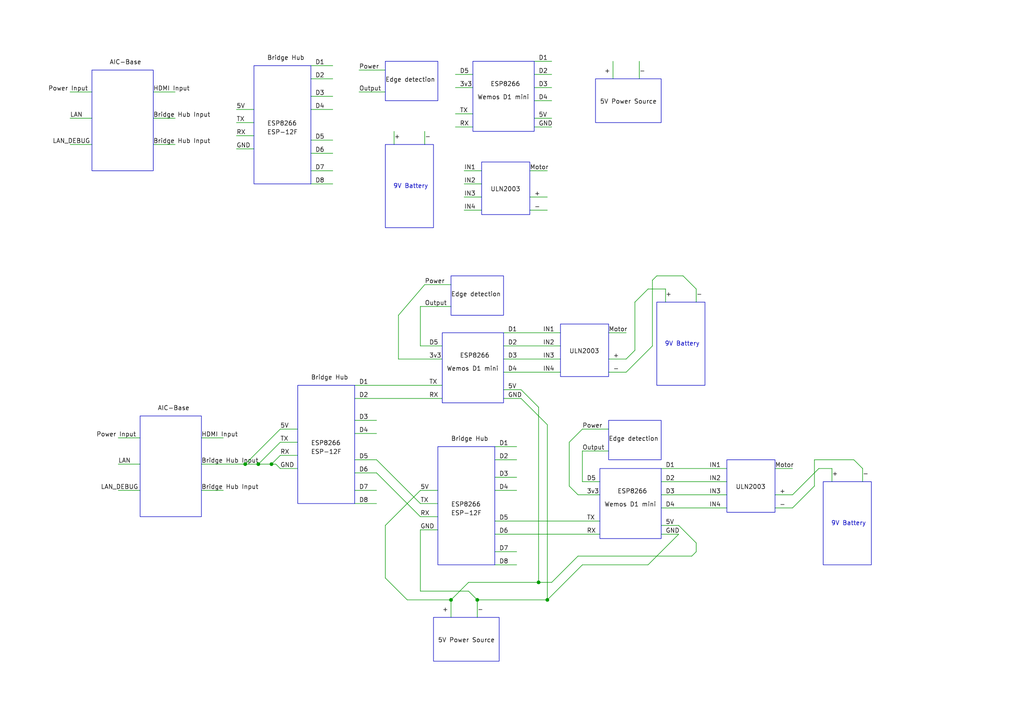
<source format=kicad_sch>
(kicad_sch
	(version 20231120)
	(generator "eeschema")
	(generator_version "8.0")
	(uuid "459fd402-8811-4a60-bc34-58cdf2f403fa")
	(paper "A4")
	(lib_symbols)
	(junction
		(at 158.75 173.99)
		(diameter 0)
		(color 0 0 0 0)
		(uuid "066c9047-9c8c-4041-a858-cc0fba76008f")
	)
	(junction
		(at 78.74 134.62)
		(diameter 0)
		(color 0 0 0 0)
		(uuid "49b6b725-08ba-44d5-abb8-72e27aa160a3")
	)
	(junction
		(at 138.43 173.99)
		(diameter 0)
		(color 0 0 0 0)
		(uuid "64b31183-2996-4d66-8404-b124f92f6023")
	)
	(junction
		(at 130.81 173.99)
		(diameter 0)
		(color 0 0 0 0)
		(uuid "6a23b7bb-c1ce-43e3-9671-fe2aaea7872b")
	)
	(junction
		(at 156.21 168.91)
		(diameter 0)
		(color 0 0 0 0)
		(uuid "bcfed074-f488-45e4-bb94-7a582c84acd8")
	)
	(junction
		(at 71.12 134.62)
		(diameter 0)
		(color 0 0 0 0)
		(uuid "df9e1e2e-1e3b-4f8c-b4e2-56669572475a")
	)
	(junction
		(at 74.93 134.62)
		(diameter 0)
		(color 0 0 0 0)
		(uuid "ecd05f1d-6857-48a7-a408-0cf3dfbe38a6")
	)
	(wire
		(pts
			(xy 189.23 100.33) (xy 181.61 107.95)
		)
		(stroke
			(width 0)
			(type default)
		)
		(uuid "05083efa-dda7-4278-96b1-12a56b148029")
	)
	(wire
		(pts
			(xy 193.04 83.82) (xy 187.96 83.82)
		)
		(stroke
			(width 0)
			(type default)
		)
		(uuid "08332f2e-eef2-490f-94b7-3330844a6722")
	)
	(wire
		(pts
			(xy 167.64 143.51) (xy 165.1 140.97)
		)
		(stroke
			(width 0)
			(type default)
		)
		(uuid "08d8fbbc-0097-4366-9ef3-ca2ec2d0655e")
	)
	(wire
		(pts
			(xy 184.15 101.6) (xy 181.61 104.14)
		)
		(stroke
			(width 0)
			(type default)
		)
		(uuid "097194e7-dfd3-478f-866d-f05d68dd1dbe")
	)
	(wire
		(pts
			(xy 44.45 26.67) (xy 50.8 26.67)
		)
		(stroke
			(width 0)
			(type default)
		)
		(uuid "0a2a2ddb-e9a3-4d5d-9a67-b17bd7d0bacf")
	)
	(wire
		(pts
			(xy 165.1 128.27) (xy 165.1 140.97)
		)
		(stroke
			(width 0)
			(type default)
		)
		(uuid "0b102ffe-f4bb-4810-b289-4c85aed660f4")
	)
	(wire
		(pts
			(xy 176.53 104.14) (xy 181.61 104.14)
		)
		(stroke
			(width 0)
			(type default)
		)
		(uuid "0dcf8155-6bc1-41b2-b2d7-c9adcfdf2716")
	)
	(wire
		(pts
			(xy 153.67 49.53) (xy 158.75 49.53)
		)
		(stroke
			(width 0)
			(type default)
		)
		(uuid "0ece8481-4219-4b1c-8023-5d26e87b010d")
	)
	(wire
		(pts
			(xy 34.29 127) (xy 40.64 127)
		)
		(stroke
			(width 0)
			(type default)
		)
		(uuid "0ef0364d-6fb0-46d2-b166-ed9ea91fc14d")
	)
	(wire
		(pts
			(xy 143.51 163.83) (xy 149.86 163.83)
		)
		(stroke
			(width 0)
			(type default)
		)
		(uuid "1035c05a-14ef-452d-a5a7-487f53c5b085")
	)
	(wire
		(pts
			(xy 143.51 133.35) (xy 149.86 133.35)
		)
		(stroke
			(width 0)
			(type default)
		)
		(uuid "110f3a39-2470-4b4c-a9d1-fc2332deace1")
	)
	(wire
		(pts
			(xy 201.93 83.82) (xy 201.93 87.63)
		)
		(stroke
			(width 0)
			(type default)
		)
		(uuid "11f47592-966a-45e9-a725-1bb0019d5f96")
	)
	(wire
		(pts
			(xy 154.94 21.59) (xy 160.02 21.59)
		)
		(stroke
			(width 0)
			(type default)
		)
		(uuid "15ad740e-8f9f-4c09-820b-110ee2ad4695")
	)
	(wire
		(pts
			(xy 241.3 135.89) (xy 241.3 139.7)
		)
		(stroke
			(width 0)
			(type default)
		)
		(uuid "170c9667-2d27-4b64-9b0a-020b5e688ca0")
	)
	(wire
		(pts
			(xy 201.93 83.82) (xy 198.12 80.01)
		)
		(stroke
			(width 0)
			(type default)
		)
		(uuid "18748c18-fa70-4c36-bfc0-0c8f88ee160e")
	)
	(wire
		(pts
			(xy 177.8 17.78) (xy 177.8 22.86)
		)
		(stroke
			(width 0)
			(type default)
		)
		(uuid "1add3ab8-e143-4158-88bb-b5354e2b1284")
	)
	(wire
		(pts
			(xy 176.53 107.95) (xy 181.61 107.95)
		)
		(stroke
			(width 0)
			(type default)
		)
		(uuid "1c81e0cb-13ad-497b-8cd8-a60517121845")
	)
	(wire
		(pts
			(xy 201.93 157.48) (xy 196.85 152.4)
		)
		(stroke
			(width 0)
			(type default)
		)
		(uuid "1d48a414-a194-4a9f-8471-77cf9d107e8e")
	)
	(wire
		(pts
			(xy 167.64 161.29) (xy 200.66 161.29)
		)
		(stroke
			(width 0)
			(type default)
		)
		(uuid "1d7d37e1-2be9-48e5-9218-8dccc06cb9fc")
	)
	(wire
		(pts
			(xy 104.14 20.32) (xy 111.76 20.32)
		)
		(stroke
			(width 0)
			(type default)
		)
		(uuid "1dacd20c-965d-4566-afaf-7fac3cf46b52")
	)
	(wire
		(pts
			(xy 121.92 153.67) (xy 121.92 171.45)
		)
		(stroke
			(width 0)
			(type default)
		)
		(uuid "1f0c95cd-d968-4b59-a0b8-c1844dbecfcb")
	)
	(wire
		(pts
			(xy 134.62 57.15) (xy 139.7 57.15)
		)
		(stroke
			(width 0)
			(type default)
		)
		(uuid "1fa10a97-39ba-4cb9-8425-dfb80a477a80")
	)
	(wire
		(pts
			(xy 68.58 39.37) (xy 73.66 39.37)
		)
		(stroke
			(width 0)
			(type default)
		)
		(uuid "206cdd06-47a6-4b15-bb8d-78383f1a9ba0")
	)
	(wire
		(pts
			(xy 90.17 40.64) (xy 96.52 40.64)
		)
		(stroke
			(width 0)
			(type default)
		)
		(uuid "20d1aaa7-00ea-4339-b265-f546a377511b")
	)
	(wire
		(pts
			(xy 134.62 60.96) (xy 139.7 60.96)
		)
		(stroke
			(width 0)
			(type default)
		)
		(uuid "21cec6f0-51f5-47e9-b93d-8dfdb7d24a27")
	)
	(wire
		(pts
			(xy 250.19 135.89) (xy 247.65 133.35)
		)
		(stroke
			(width 0)
			(type default)
		)
		(uuid "22e09b43-70d3-4aaa-b68c-12a8a51b934a")
	)
	(wire
		(pts
			(xy 156.21 168.91) (xy 156.21 118.11)
		)
		(stroke
			(width 0)
			(type default)
		)
		(uuid "23a7c2f5-7eab-4bd1-91eb-27038a16d174")
	)
	(wire
		(pts
			(xy 224.79 147.32) (xy 229.87 147.32)
		)
		(stroke
			(width 0)
			(type default)
		)
		(uuid "2523d994-b942-440b-b8ae-77cf43573db9")
	)
	(wire
		(pts
			(xy 158.75 123.19) (xy 151.13 115.57)
		)
		(stroke
			(width 0)
			(type default)
		)
		(uuid "257bb498-a8e9-44c5-9636-0bad67c7ccfe")
	)
	(wire
		(pts
			(xy 121.92 100.33) (xy 128.27 100.33)
		)
		(stroke
			(width 0)
			(type default)
		)
		(uuid "26344ad6-27ed-4e2e-b6e6-a15a2123b0d4")
	)
	(wire
		(pts
			(xy 250.19 135.89) (xy 250.19 139.7)
		)
		(stroke
			(width 0)
			(type default)
		)
		(uuid "28e1b0ee-2c14-472b-86f0-81eaa35c7ac8")
	)
	(wire
		(pts
			(xy 121.92 88.9) (xy 121.92 100.33)
		)
		(stroke
			(width 0)
			(type default)
		)
		(uuid "2c6a11b9-9dd9-4326-8d56-5e51b1fab535")
	)
	(wire
		(pts
			(xy 20.32 26.67) (xy 26.67 26.67)
		)
		(stroke
			(width 0)
			(type default)
		)
		(uuid "2fb00d9e-dab6-43b4-afd8-b5069066099b")
	)
	(wire
		(pts
			(xy 198.12 80.01) (xy 190.5 80.01)
		)
		(stroke
			(width 0)
			(type default)
		)
		(uuid "3001b007-2a07-4535-9196-77567324add7")
	)
	(wire
		(pts
			(xy 138.43 173.99) (xy 135.89 171.45)
		)
		(stroke
			(width 0)
			(type default)
		)
		(uuid "30cd3ed9-dece-4243-b90d-a4f4af75b358")
	)
	(wire
		(pts
			(xy 90.17 31.75) (xy 96.52 31.75)
		)
		(stroke
			(width 0)
			(type default)
		)
		(uuid "3219797d-d685-4543-901e-65ad616c3ed4")
	)
	(wire
		(pts
			(xy 90.17 27.94) (xy 96.52 27.94)
		)
		(stroke
			(width 0)
			(type default)
		)
		(uuid "33f6f351-b5cb-4053-899c-f88d78e18e94")
	)
	(wire
		(pts
			(xy 90.17 19.05) (xy 96.52 19.05)
		)
		(stroke
			(width 0)
			(type default)
		)
		(uuid "3a80044c-6ac6-4ba9-bb0e-738ca4d25051")
	)
	(wire
		(pts
			(xy 146.05 107.95) (xy 162.56 107.95)
		)
		(stroke
			(width 0)
			(type default)
		)
		(uuid "3b02de5f-7e6b-4fb5-a83e-66c4db32bfc3")
	)
	(wire
		(pts
			(xy 138.43 173.99) (xy 158.75 173.99)
		)
		(stroke
			(width 0)
			(type default)
		)
		(uuid "3c6149f7-49c7-4ae4-883c-bb951de63b3b")
	)
	(wire
		(pts
			(xy 236.22 140.97) (xy 229.87 147.32)
		)
		(stroke
			(width 0)
			(type default)
		)
		(uuid "3ecf0937-41d3-4965-bc9c-e7e742173c32")
	)
	(wire
		(pts
			(xy 121.92 149.86) (xy 127 149.86)
		)
		(stroke
			(width 0)
			(type default)
		)
		(uuid "3f805e48-206d-4908-bd66-4e71664dbc7e")
	)
	(wire
		(pts
			(xy 130.81 173.99) (xy 130.81 179.07)
		)
		(stroke
			(width 0)
			(type default)
		)
		(uuid "4668daa8-b147-41dc-b524-f1c2259dd1c0")
	)
	(wire
		(pts
			(xy 134.62 53.34) (xy 139.7 53.34)
		)
		(stroke
			(width 0)
			(type default)
		)
		(uuid "47d27baf-feba-4b9c-a745-1d4956e746e8")
	)
	(wire
		(pts
			(xy 90.17 44.45) (xy 96.52 44.45)
		)
		(stroke
			(width 0)
			(type default)
		)
		(uuid "496df082-e006-432b-9d36-20d7c469f611")
	)
	(wire
		(pts
			(xy 102.87 121.92) (xy 109.22 121.92)
		)
		(stroke
			(width 0)
			(type default)
		)
		(uuid "4a5698c7-9340-4eac-9300-f7d55748fdeb")
	)
	(wire
		(pts
			(xy 20.32 41.91) (xy 26.67 41.91)
		)
		(stroke
			(width 0)
			(type default)
		)
		(uuid "4aeb01ce-18e4-4429-8d48-44efdaee4cea")
	)
	(wire
		(pts
			(xy 153.67 57.15) (xy 158.75 57.15)
		)
		(stroke
			(width 0)
			(type default)
		)
		(uuid "4c4f8941-f42b-4d3e-b244-2e632d21f8bd")
	)
	(wire
		(pts
			(xy 102.87 125.73) (xy 109.22 125.73)
		)
		(stroke
			(width 0)
			(type default)
		)
		(uuid "4e4e02bd-4255-4619-8e05-652fe4ec7e27")
	)
	(wire
		(pts
			(xy 146.05 113.03) (xy 151.13 113.03)
		)
		(stroke
			(width 0)
			(type default)
		)
		(uuid "5362d411-f5cc-44cc-beb4-91060553c79a")
	)
	(wire
		(pts
			(xy 168.91 124.46) (xy 176.53 124.46)
		)
		(stroke
			(width 0)
			(type default)
		)
		(uuid "5382bb31-dedd-4ae1-a863-690db14333e1")
	)
	(wire
		(pts
			(xy 154.94 17.78) (xy 160.02 17.78)
		)
		(stroke
			(width 0)
			(type default)
		)
		(uuid "53867a7c-e579-4021-bd5e-19101c045503")
	)
	(wire
		(pts
			(xy 191.77 152.4) (xy 196.85 152.4)
		)
		(stroke
			(width 0)
			(type default)
		)
		(uuid "56505b31-de89-45fd-af4b-d237ef680dbf")
	)
	(wire
		(pts
			(xy 237.49 135.89) (xy 229.87 143.51)
		)
		(stroke
			(width 0)
			(type default)
		)
		(uuid "59c4333d-6cbb-4ba1-8c82-4db73c80b9df")
	)
	(wire
		(pts
			(xy 81.28 132.08) (xy 86.36 132.08)
		)
		(stroke
			(width 0)
			(type default)
		)
		(uuid "59df403d-9488-479b-b013-ffa5a37e8de7")
	)
	(wire
		(pts
			(xy 191.77 139.7) (xy 210.82 139.7)
		)
		(stroke
			(width 0)
			(type default)
		)
		(uuid "5c1cadae-dc69-4812-875b-cb555064564e")
	)
	(wire
		(pts
			(xy 44.45 41.91) (xy 50.8 41.91)
		)
		(stroke
			(width 0)
			(type default)
		)
		(uuid "5d37e992-fd18-4439-8e4b-a0b35dd2c303")
	)
	(wire
		(pts
			(xy 191.77 135.89) (xy 210.82 135.89)
		)
		(stroke
			(width 0)
			(type default)
		)
		(uuid "631db93d-35c7-4e84-a48b-939ceb9a289c")
	)
	(wire
		(pts
			(xy 138.43 173.99) (xy 138.43 179.07)
		)
		(stroke
			(width 0)
			(type default)
		)
		(uuid "660cd76e-4ac6-4224-bcc5-8d567196c50c")
	)
	(wire
		(pts
			(xy 132.08 25.4) (xy 137.16 25.4)
		)
		(stroke
			(width 0)
			(type default)
		)
		(uuid "669acc6e-87cd-4473-afbc-d637cb7ae75d")
	)
	(wire
		(pts
			(xy 34.29 134.62) (xy 40.64 134.62)
		)
		(stroke
			(width 0)
			(type default)
		)
		(uuid "67a47928-273e-45c7-b687-b0c559b91819")
	)
	(wire
		(pts
			(xy 191.77 143.51) (xy 210.82 143.51)
		)
		(stroke
			(width 0)
			(type default)
		)
		(uuid "69dfef87-d356-485f-afb7-991c8e6b147a")
	)
	(wire
		(pts
			(xy 81.28 124.46) (xy 86.36 124.46)
		)
		(stroke
			(width 0)
			(type default)
		)
		(uuid "6b34e7de-b1c1-4bc0-be9e-4c2cc1786869")
	)
	(wire
		(pts
			(xy 121.92 88.9) (xy 130.81 88.9)
		)
		(stroke
			(width 0)
			(type default)
		)
		(uuid "6deee1f0-543a-4e0e-b6fe-7c7c8fa2ca0d")
	)
	(wire
		(pts
			(xy 190.5 80.01) (xy 189.23 81.28)
		)
		(stroke
			(width 0)
			(type default)
		)
		(uuid "6e14168e-c664-444a-8297-2ea2b1c896f3")
	)
	(wire
		(pts
			(xy 168.91 130.81) (xy 168.91 139.7)
		)
		(stroke
			(width 0)
			(type default)
		)
		(uuid "6e319e3d-f15a-4b12-897b-1989faefca45")
	)
	(wire
		(pts
			(xy 236.22 133.35) (xy 247.65 133.35)
		)
		(stroke
			(width 0)
			(type default)
		)
		(uuid "704103bc-663b-47d7-87ee-26c0651ff788")
	)
	(wire
		(pts
			(xy 58.42 127) (xy 64.77 127)
		)
		(stroke
			(width 0)
			(type default)
		)
		(uuid "723c18da-827e-4e8b-a866-87a7b6fe6cf9")
	)
	(wire
		(pts
			(xy 109.22 137.16) (xy 121.92 149.86)
		)
		(stroke
			(width 0)
			(type default)
		)
		(uuid "72471466-7f11-4b3e-a206-90eff2744591")
	)
	(wire
		(pts
			(xy 123.19 82.55) (xy 130.81 82.55)
		)
		(stroke
			(width 0)
			(type default)
		)
		(uuid "734a3a12-72ed-40c3-9c84-985b87d0586c")
	)
	(wire
		(pts
			(xy 224.79 135.89) (xy 229.87 135.89)
		)
		(stroke
			(width 0)
			(type default)
		)
		(uuid "75210418-1777-40cf-aac8-17b396bf6d4d")
	)
	(wire
		(pts
			(xy 146.05 115.57) (xy 151.13 115.57)
		)
		(stroke
			(width 0)
			(type default)
		)
		(uuid "75b3b6fa-ff76-4964-be73-aa167d0d3320")
	)
	(wire
		(pts
			(xy 132.08 21.59) (xy 137.16 21.59)
		)
		(stroke
			(width 0)
			(type default)
		)
		(uuid "763efc7c-33b6-4881-9a0a-2a176aa38400")
	)
	(wire
		(pts
			(xy 165.1 128.27) (xy 168.91 124.46)
		)
		(stroke
			(width 0)
			(type default)
		)
		(uuid "7aadd9c7-1fcd-4e3a-8d87-fe023cbc1207")
	)
	(wire
		(pts
			(xy 236.22 133.35) (xy 236.22 140.97)
		)
		(stroke
			(width 0)
			(type default)
		)
		(uuid "7b8108d7-8924-427a-9831-f253c1bf470e")
	)
	(wire
		(pts
			(xy 68.58 35.56) (xy 73.66 35.56)
		)
		(stroke
			(width 0)
			(type default)
		)
		(uuid "7b8cce24-4d1e-475f-8006-46c9a7dc073f")
	)
	(wire
		(pts
			(xy 154.94 25.4) (xy 160.02 25.4)
		)
		(stroke
			(width 0)
			(type default)
		)
		(uuid "7e9e15bb-ab18-4555-8172-2b5b60c7b819")
	)
	(wire
		(pts
			(xy 121.92 171.45) (xy 135.89 171.45)
		)
		(stroke
			(width 0)
			(type default)
		)
		(uuid "804bbeeb-ec13-43bd-b3e4-e3007e476b13")
	)
	(wire
		(pts
			(xy 168.91 163.83) (xy 187.96 163.83)
		)
		(stroke
			(width 0)
			(type default)
		)
		(uuid "823f0f57-40d4-442d-ba21-123e5c4281b9")
	)
	(wire
		(pts
			(xy 154.94 36.83) (xy 160.02 36.83)
		)
		(stroke
			(width 0)
			(type default)
		)
		(uuid "82b68545-f2ec-4d5d-9a08-bc1edbb771fe")
	)
	(wire
		(pts
			(xy 111.76 152.4) (xy 121.92 142.24)
		)
		(stroke
			(width 0)
			(type default)
		)
		(uuid "837a7c49-831f-4fab-bda0-a84eeaa0a1a8")
	)
	(wire
		(pts
			(xy 90.17 53.34) (xy 96.52 53.34)
		)
		(stroke
			(width 0)
			(type default)
		)
		(uuid "8475aa93-05db-4680-a5a3-c8012114abb4")
	)
	(wire
		(pts
			(xy 80.01 134.62) (xy 81.28 135.89)
		)
		(stroke
			(width 0)
			(type default)
		)
		(uuid "8add6445-b8ce-4733-ad6f-0a1a01b4f81d")
	)
	(wire
		(pts
			(xy 115.57 104.14) (xy 128.27 104.14)
		)
		(stroke
			(width 0)
			(type default)
		)
		(uuid "8bc9c0a3-95b0-450b-a6ca-340c2accc62e")
	)
	(wire
		(pts
			(xy 121.92 146.05) (xy 127 146.05)
		)
		(stroke
			(width 0)
			(type default)
		)
		(uuid "8bcc1dc8-9bd6-4cb7-880f-e87958a54e2b")
	)
	(wire
		(pts
			(xy 78.74 134.62) (xy 80.01 134.62)
		)
		(stroke
			(width 0)
			(type default)
		)
		(uuid "8c4d43a0-639f-489b-8d3f-652dc40065a9")
	)
	(wire
		(pts
			(xy 130.81 173.99) (xy 118.11 173.99)
		)
		(stroke
			(width 0)
			(type default)
		)
		(uuid "8c53144c-14ef-46dd-8b90-0b76ee4d2251")
	)
	(wire
		(pts
			(xy 78.74 134.62) (xy 81.28 132.08)
		)
		(stroke
			(width 0)
			(type default)
		)
		(uuid "8ec5d074-267d-4393-aca3-904ff143e904")
	)
	(wire
		(pts
			(xy 102.87 133.35) (xy 109.22 133.35)
		)
		(stroke
			(width 0)
			(type default)
		)
		(uuid "91fa0ecb-0114-477b-bbbd-e87995926ba7")
	)
	(wire
		(pts
			(xy 241.3 135.89) (xy 237.49 135.89)
		)
		(stroke
			(width 0)
			(type default)
		)
		(uuid "924d88e0-be40-421e-9128-f4bb5d54c6cd")
	)
	(wire
		(pts
			(xy 146.05 96.52) (xy 162.56 96.52)
		)
		(stroke
			(width 0)
			(type default)
		)
		(uuid "9494cbf3-6d4d-479c-8e2c-a58bff3043f5")
	)
	(wire
		(pts
			(xy 74.93 134.62) (xy 78.74 134.62)
		)
		(stroke
			(width 0)
			(type default)
		)
		(uuid "94eafa25-f13e-4e6c-98a8-68014f21df10")
	)
	(wire
		(pts
			(xy 184.15 87.63) (xy 184.15 101.6)
		)
		(stroke
			(width 0)
			(type default)
		)
		(uuid "951cd76e-25ea-4152-a298-b62ec21dfd2c")
	)
	(wire
		(pts
			(xy 143.51 151.13) (xy 173.99 151.13)
		)
		(stroke
			(width 0)
			(type default)
		)
		(uuid "993bfa4f-0b4b-4387-90ef-80f7bab7629a")
	)
	(wire
		(pts
			(xy 193.04 83.82) (xy 193.04 87.63)
		)
		(stroke
			(width 0)
			(type default)
		)
		(uuid "99ad1fea-a2be-4e74-b528-832df75f064b")
	)
	(wire
		(pts
			(xy 44.45 34.29) (xy 50.8 34.29)
		)
		(stroke
			(width 0)
			(type default)
		)
		(uuid "9a8eb47b-d781-4630-a507-d753ce954f17")
	)
	(wire
		(pts
			(xy 118.11 173.99) (xy 111.76 167.64)
		)
		(stroke
			(width 0)
			(type default)
		)
		(uuid "9c0d3d99-3568-49b7-ad63-e1d096e30794")
	)
	(wire
		(pts
			(xy 102.87 115.57) (xy 128.27 115.57)
		)
		(stroke
			(width 0)
			(type default)
		)
		(uuid "9d25d096-9dfd-4a43-b74b-9c701ddcd6a2")
	)
	(wire
		(pts
			(xy 104.14 26.67) (xy 111.76 26.67)
		)
		(stroke
			(width 0)
			(type default)
		)
		(uuid "a09baaba-2f08-4060-8566-514533f4c669")
	)
	(wire
		(pts
			(xy 143.51 154.94) (xy 173.99 154.94)
		)
		(stroke
			(width 0)
			(type default)
		)
		(uuid "a20ca341-6640-49d9-a3c4-e941a7bd8303")
	)
	(wire
		(pts
			(xy 168.91 130.81) (xy 176.53 130.81)
		)
		(stroke
			(width 0)
			(type default)
		)
		(uuid "a30a353c-2479-4a7e-9c71-445b4173283f")
	)
	(wire
		(pts
			(xy 102.87 137.16) (xy 109.22 137.16)
		)
		(stroke
			(width 0)
			(type default)
		)
		(uuid "a83855b9-75cb-4a53-9184-839d6fa9f545")
	)
	(wire
		(pts
			(xy 114.3 38.1) (xy 114.3 41.91)
		)
		(stroke
			(width 0)
			(type default)
		)
		(uuid "aaedd09d-17f2-420f-9b06-15b912534e73")
	)
	(wire
		(pts
			(xy 153.67 60.96) (xy 158.75 60.96)
		)
		(stroke
			(width 0)
			(type default)
		)
		(uuid "ab42c9b6-bac2-482a-a903-f0b1b46bd535")
	)
	(wire
		(pts
			(xy 68.58 43.18) (xy 73.66 43.18)
		)
		(stroke
			(width 0)
			(type default)
		)
		(uuid "b2882754-a2f0-490d-a444-95a47ab4c0f1")
	)
	(wire
		(pts
			(xy 146.05 104.14) (xy 162.56 104.14)
		)
		(stroke
			(width 0)
			(type default)
		)
		(uuid "b35084cb-b69b-4052-8aa1-344a78926625")
	)
	(wire
		(pts
			(xy 158.75 173.99) (xy 168.91 163.83)
		)
		(stroke
			(width 0)
			(type default)
		)
		(uuid "b4bf896a-1c4f-4ab2-8440-55df12b232a0")
	)
	(wire
		(pts
			(xy 58.42 142.24) (xy 64.77 142.24)
		)
		(stroke
			(width 0)
			(type default)
		)
		(uuid "b538646b-4045-4261-91cb-101298efc2a0")
	)
	(wire
		(pts
			(xy 143.51 142.24) (xy 149.86 142.24)
		)
		(stroke
			(width 0)
			(type default)
		)
		(uuid "b58382eb-96a4-483f-8f44-a746b1b7937d")
	)
	(wire
		(pts
			(xy 58.42 134.62) (xy 71.12 134.62)
		)
		(stroke
			(width 0)
			(type default)
		)
		(uuid "b6f51663-0310-4ad7-b44e-7714978567e0")
	)
	(wire
		(pts
			(xy 81.28 135.89) (xy 86.36 135.89)
		)
		(stroke
			(width 0)
			(type default)
		)
		(uuid "b7ebc74e-57c5-4aaf-a922-bc888aeb5677")
	)
	(wire
		(pts
			(xy 160.02 168.91) (xy 167.64 161.29)
		)
		(stroke
			(width 0)
			(type default)
		)
		(uuid "b839f003-7069-45ab-866b-c1f470a37bdc")
	)
	(wire
		(pts
			(xy 191.77 147.32) (xy 210.82 147.32)
		)
		(stroke
			(width 0)
			(type default)
		)
		(uuid "baa3ef7c-aaed-40d0-9564-6f3306dc3639")
	)
	(wire
		(pts
			(xy 115.57 91.44) (xy 123.19 82.55)
		)
		(stroke
			(width 0)
			(type default)
		)
		(uuid "bad44158-94ea-4aeb-b118-9a9379a6b24b")
	)
	(wire
		(pts
			(xy 102.87 146.05) (xy 109.22 146.05)
		)
		(stroke
			(width 0)
			(type default)
		)
		(uuid "bf19392e-ad16-4c39-a17c-274ffcbca959")
	)
	(wire
		(pts
			(xy 74.93 134.62) (xy 81.28 128.27)
		)
		(stroke
			(width 0)
			(type default)
		)
		(uuid "c2a6cbd3-060b-4963-92e1-e1abb7b025f0")
	)
	(wire
		(pts
			(xy 200.66 161.29) (xy 201.93 160.02)
		)
		(stroke
			(width 0)
			(type default)
		)
		(uuid "c34510b2-6b96-4b54-ad1e-fd482139cd4d")
	)
	(wire
		(pts
			(xy 68.58 31.75) (xy 73.66 31.75)
		)
		(stroke
			(width 0)
			(type default)
		)
		(uuid "c3b4fdec-a151-45d9-97ab-1e7028d8bd42")
	)
	(wire
		(pts
			(xy 90.17 22.86) (xy 96.52 22.86)
		)
		(stroke
			(width 0)
			(type default)
		)
		(uuid "c47e19e7-0e53-497a-a80c-07e880f70502")
	)
	(wire
		(pts
			(xy 132.08 33.02) (xy 137.16 33.02)
		)
		(stroke
			(width 0)
			(type default)
		)
		(uuid "c73389b0-3925-41e4-9152-5cd7900050df")
	)
	(wire
		(pts
			(xy 143.51 138.43) (xy 149.86 138.43)
		)
		(stroke
			(width 0)
			(type default)
		)
		(uuid "c8450242-c48c-40ea-b006-536a7cd5bb7c")
	)
	(wire
		(pts
			(xy 187.96 83.82) (xy 184.15 87.63)
		)
		(stroke
			(width 0)
			(type default)
		)
		(uuid "cb6cd34b-a62b-4afe-8208-13d0533745b6")
	)
	(wire
		(pts
			(xy 168.91 139.7) (xy 173.99 139.7)
		)
		(stroke
			(width 0)
			(type default)
		)
		(uuid "cd103fa3-baf4-4b8d-b7ed-b094201317bb")
	)
	(wire
		(pts
			(xy 123.19 38.1) (xy 123.19 41.91)
		)
		(stroke
			(width 0)
			(type default)
		)
		(uuid "cdffa304-e3d3-4b43-ba25-c2dd4249c933")
	)
	(wire
		(pts
			(xy 34.29 142.24) (xy 40.64 142.24)
		)
		(stroke
			(width 0)
			(type default)
		)
		(uuid "ceef93d0-b6e2-4604-b010-76ec13744b10")
	)
	(wire
		(pts
			(xy 71.12 134.62) (xy 74.93 134.62)
		)
		(stroke
			(width 0)
			(type default)
		)
		(uuid "cf17d98f-40e6-4509-b178-ef6514abd3b9")
	)
	(wire
		(pts
			(xy 154.94 34.29) (xy 160.02 34.29)
		)
		(stroke
			(width 0)
			(type default)
		)
		(uuid "cf31053a-e569-4004-9878-bf178ab9d8ea")
	)
	(wire
		(pts
			(xy 156.21 118.11) (xy 151.13 113.03)
		)
		(stroke
			(width 0)
			(type default)
		)
		(uuid "d0a9cdff-ba16-499d-a1b2-4c4006d2682f")
	)
	(wire
		(pts
			(xy 191.77 154.94) (xy 196.85 154.94)
		)
		(stroke
			(width 0)
			(type default)
		)
		(uuid "d20bdb02-04a0-4511-a15c-577337cad6e8")
	)
	(wire
		(pts
			(xy 156.21 168.91) (xy 160.02 168.91)
		)
		(stroke
			(width 0)
			(type default)
		)
		(uuid "d2a8dd0a-73b9-48e8-b010-1c0035940f89")
	)
	(wire
		(pts
			(xy 109.22 133.35) (xy 121.92 146.05)
		)
		(stroke
			(width 0)
			(type default)
		)
		(uuid "d31ba0fb-bfc4-4691-881f-74ee9665f572")
	)
	(wire
		(pts
			(xy 143.51 160.02) (xy 149.86 160.02)
		)
		(stroke
			(width 0)
			(type default)
		)
		(uuid "d3e9d892-ed5e-4cea-99d6-f0a8b2eab015")
	)
	(wire
		(pts
			(xy 71.12 134.62) (xy 81.28 124.46)
		)
		(stroke
			(width 0)
			(type default)
		)
		(uuid "d6da95dc-1554-4ff8-baad-5b65ce19bab8")
	)
	(wire
		(pts
			(xy 154.94 29.21) (xy 160.02 29.21)
		)
		(stroke
			(width 0)
			(type default)
		)
		(uuid "e5d1f1dd-51d5-4e98-af64-f72153e557cb")
	)
	(wire
		(pts
			(xy 167.64 143.51) (xy 173.99 143.51)
		)
		(stroke
			(width 0)
			(type default)
		)
		(uuid "e5f6106f-2125-4d5e-b126-1f749ea1c840")
	)
	(wire
		(pts
			(xy 187.96 163.83) (xy 196.85 154.94)
		)
		(stroke
			(width 0)
			(type default)
		)
		(uuid "e6b3b936-4ddf-4390-a14e-dee09e889e1e")
	)
	(wire
		(pts
			(xy 132.08 36.83) (xy 137.16 36.83)
		)
		(stroke
			(width 0)
			(type default)
		)
		(uuid "e6cd8525-416d-4c4d-aa44-f89cf9b3bab0")
	)
	(wire
		(pts
			(xy 81.28 128.27) (xy 86.36 128.27)
		)
		(stroke
			(width 0)
			(type default)
		)
		(uuid "e7b67f21-9b2b-499b-8db6-3e8c449476b1")
	)
	(wire
		(pts
			(xy 111.76 167.64) (xy 111.76 152.4)
		)
		(stroke
			(width 0)
			(type default)
		)
		(uuid "e88bbb75-888e-432e-93ad-fd77d37b9288")
	)
	(wire
		(pts
			(xy 130.81 173.99) (xy 135.89 168.91)
		)
		(stroke
			(width 0)
			(type default)
		)
		(uuid "eb58ba32-2af0-4048-9bea-5dc66b63e5b2")
	)
	(wire
		(pts
			(xy 158.75 173.99) (xy 158.75 123.19)
		)
		(stroke
			(width 0)
			(type default)
		)
		(uuid "ed6d90bc-bea2-4d88-be41-137e8aab6a6b")
	)
	(wire
		(pts
			(xy 146.05 100.33) (xy 162.56 100.33)
		)
		(stroke
			(width 0)
			(type default)
		)
		(uuid "ee324a9c-3a2a-406d-9dad-1b21c4d5d2a9")
	)
	(wire
		(pts
			(xy 115.57 91.44) (xy 115.57 104.14)
		)
		(stroke
			(width 0)
			(type default)
		)
		(uuid "ee865e91-2f38-414b-8f53-ddaf838761d1")
	)
	(wire
		(pts
			(xy 134.62 49.53) (xy 139.7 49.53)
		)
		(stroke
			(width 0)
			(type default)
		)
		(uuid "ef030b70-9378-4f68-9fef-fc1da4df9b2d")
	)
	(wire
		(pts
			(xy 121.92 153.67) (xy 127 153.67)
		)
		(stroke
			(width 0)
			(type default)
		)
		(uuid "f043842b-2e73-4d2b-8485-43475569fba3")
	)
	(wire
		(pts
			(xy 185.42 17.78) (xy 185.42 22.86)
		)
		(stroke
			(width 0)
			(type default)
		)
		(uuid "f29fa039-476b-4461-9b00-6e18217ceec4")
	)
	(wire
		(pts
			(xy 189.23 81.28) (xy 189.23 100.33)
		)
		(stroke
			(width 0)
			(type default)
		)
		(uuid "f4230038-550b-4e49-8f99-0b2e7973344b")
	)
	(wire
		(pts
			(xy 90.17 49.53) (xy 96.52 49.53)
		)
		(stroke
			(width 0)
			(type default)
		)
		(uuid "f554606d-94d8-4d9e-81e4-60cd285e568b")
	)
	(wire
		(pts
			(xy 121.92 142.24) (xy 127 142.24)
		)
		(stroke
			(width 0)
			(type default)
		)
		(uuid "f6512c16-beba-4bda-a533-e4246c2c89b4")
	)
	(wire
		(pts
			(xy 20.32 34.29) (xy 26.67 34.29)
		)
		(stroke
			(width 0)
			(type default)
		)
		(uuid "f6f2d060-5f49-4a0f-bc4a-291e8cd1e99f")
	)
	(wire
		(pts
			(xy 102.87 111.76) (xy 128.27 111.76)
		)
		(stroke
			(width 0)
			(type default)
		)
		(uuid "f868ff32-ae14-4d98-b1a6-d4857d2aa886")
	)
	(wire
		(pts
			(xy 143.51 129.54) (xy 149.86 129.54)
		)
		(stroke
			(width 0)
			(type default)
		)
		(uuid "f89a0085-fae3-4782-bc00-3bcc782f95e7")
	)
	(wire
		(pts
			(xy 102.87 142.24) (xy 109.22 142.24)
		)
		(stroke
			(width 0)
			(type default)
		)
		(uuid "fa7d9b5b-48d3-45f5-a2f7-261d48b4842a")
	)
	(wire
		(pts
			(xy 135.89 168.91) (xy 156.21 168.91)
		)
		(stroke
			(width 0)
			(type default)
		)
		(uuid "fc4d0c99-29d6-4ed3-82b6-6c1b89843d8f")
	)
	(wire
		(pts
			(xy 201.93 160.02) (xy 201.93 157.48)
		)
		(stroke
			(width 0)
			(type default)
		)
		(uuid "fcb01b46-1086-45d2-814e-9f9f8f8cba3a")
	)
	(wire
		(pts
			(xy 224.79 143.51) (xy 229.87 143.51)
		)
		(stroke
			(width 0)
			(type default)
		)
		(uuid "fee6c755-506e-483c-bd3a-b32a8de85bea")
	)
	(wire
		(pts
			(xy 176.53 96.52) (xy 181.61 96.52)
		)
		(stroke
			(width 0)
			(type default)
		)
		(uuid "ffeb96dd-c9a4-443d-a4c9-84844aa116c9")
	)
	(rectangle
		(start 26.67 20.32)
		(end 44.45 49.53)
		(stroke
			(width 0)
			(type default)
		)
		(fill
			(type none)
		)
		(uuid 08a76625-e3a2-4f49-b592-68ebfa4c9d53)
	)
	(rectangle
		(start 238.76 139.7)
		(end 252.73 163.83)
		(stroke
			(width 0)
			(type default)
		)
		(fill
			(type none)
		)
		(uuid 32016e31-6b15-4de9-b080-4b09618d9ab4)
	)
	(rectangle
		(start 139.7 46.99)
		(end 153.67 62.23)
		(stroke
			(width 0)
			(type default)
		)
		(fill
			(type none)
		)
		(uuid 3dd58e3a-579a-4ca7-8a7f-a7018e91be90)
	)
	(rectangle
		(start 128.27 96.52)
		(end 146.05 116.84)
		(stroke
			(width 0)
			(type default)
		)
		(fill
			(type none)
		)
		(uuid 4db92563-0d4e-4a31-adb6-b2e90ff0e593)
	)
	(rectangle
		(start 127 129.54)
		(end 143.51 163.83)
		(stroke
			(width 0)
			(type default)
		)
		(fill
			(type none)
		)
		(uuid 500e2705-34e4-4b49-a647-e41df4dc305f)
	)
	(rectangle
		(start 176.53 121.92)
		(end 191.77 133.35)
		(stroke
			(width 0)
			(type default)
		)
		(fill
			(type none)
		)
		(uuid 64ed2159-f956-49f5-adef-1ea6584a57a7)
	)
	(rectangle
		(start 162.56 93.98)
		(end 176.53 109.22)
		(stroke
			(width 0)
			(type default)
		)
		(fill
			(type none)
		)
		(uuid 66563e6c-9fa7-4db7-b84b-9d58bf705522)
	)
	(rectangle
		(start 137.16 17.78)
		(end 154.94 38.1)
		(stroke
			(width 0)
			(type default)
		)
		(fill
			(type none)
		)
		(uuid 6fd2c85a-cba2-4e9c-9a9f-785935b7f7f2)
	)
	(rectangle
		(start 86.36 111.76)
		(end 102.87 146.05)
		(stroke
			(width 0)
			(type default)
		)
		(fill
			(type none)
		)
		(uuid 71bec590-a35b-4e1f-84d6-02895cda8d0c)
	)
	(rectangle
		(start 172.72 22.86)
		(end 191.77 35.56)
		(stroke
			(width 0)
			(type default)
		)
		(fill
			(type none)
		)
		(uuid 83d63903-2970-470d-8300-a098a3bc912f)
	)
	(rectangle
		(start 130.81 80.01)
		(end 146.05 91.44)
		(stroke
			(width 0)
			(type default)
		)
		(fill
			(type none)
		)
		(uuid a48818ed-2ddc-4404-9966-795cc6a65d3c)
	)
	(rectangle
		(start 125.73 179.07)
		(end 144.78 191.77)
		(stroke
			(width 0)
			(type default)
		)
		(fill
			(type none)
		)
		(uuid a6541155-5a7f-4706-a258-d84b9b4d854b)
	)
	(rectangle
		(start 40.64 120.65)
		(end 58.42 149.86)
		(stroke
			(width 0)
			(type default)
		)
		(fill
			(type none)
		)
		(uuid bfc73fbe-b7a7-4f15-920b-8cb7d532c14c)
	)
	(rectangle
		(start 210.82 133.35)
		(end 224.79 148.59)
		(stroke
			(width 0)
			(type default)
		)
		(fill
			(type none)
		)
		(uuid c80c6cc7-8e7c-40b7-b07e-82c1e9b453cc)
	)
	(rectangle
		(start 173.99 135.89)
		(end 191.77 156.21)
		(stroke
			(width 0)
			(type default)
		)
		(fill
			(type none)
		)
		(uuid d36c933c-8211-4730-9840-994821078d13)
	)
	(rectangle
		(start 111.76 41.91)
		(end 125.73 66.04)
		(stroke
			(width 0)
			(type default)
		)
		(fill
			(type none)
		)
		(uuid d4e3b102-afa2-43cc-bf10-b974b2a4c81b)
	)
	(rectangle
		(start 73.66 19.05)
		(end 90.17 53.34)
		(stroke
			(width 0)
			(type default)
		)
		(fill
			(type none)
		)
		(uuid ebec56f9-4bc3-48d8-97fa-c5892a0c2f1b)
	)
	(rectangle
		(start 190.5 87.63)
		(end 204.47 111.76)
		(stroke
			(width 0)
			(type default)
		)
		(fill
			(type none)
		)
		(uuid f256c87f-5eae-4173-b9eb-e1b1c78c8d3e)
	)
	(rectangle
		(start 111.76 17.78)
		(end 127 29.21)
		(stroke
			(width 0)
			(type default)
		)
		(fill
			(type none)
		)
		(uuid f94e57d8-eaa5-4102-a1d6-218b3cad00b3)
	)
	(text "9V Battery"
		(exclude_from_sim no)
		(at 246.126 151.892 0)
		(effects
			(font
				(size 1.27 1.27)
			)
		)
		(uuid "73a35cce-4017-4ef9-90d2-ab2f3da29d07")
	)
	(text "9V Battery"
		(exclude_from_sim no)
		(at 119.126 54.102 0)
		(effects
			(font
				(size 1.27 1.27)
			)
		)
		(uuid "842e4bc5-b5d1-406c-84f9-bf3fee179bfc")
	)
	(text "9V Battery"
		(exclude_from_sim no)
		(at 197.866 99.822 0)
		(effects
			(font
				(size 1.27 1.27)
			)
		)
		(uuid "c74e713e-48fe-4a23-a9ac-389d33e7df4f")
	)
	(label "5V Power Source"
		(at 173.99 30.48 0)
		(fields_autoplaced yes)
		(effects
			(font
				(size 1.27 1.27)
			)
			(justify left bottom)
		)
		(uuid "00491aa3-beec-4c10-8602-eb90468ac809")
	)
	(label "D3"
		(at 91.44 27.94 0)
		(fields_autoplaced yes)
		(effects
			(font
				(size 1.27 1.27)
			)
			(justify left bottom)
		)
		(uuid "00efd57a-75c8-430c-98ac-0ae13e452f13")
	)
	(label "GND"
		(at 121.92 153.67 0)
		(fields_autoplaced yes)
		(effects
			(font
				(size 1.27 1.27)
			)
			(justify left bottom)
		)
		(uuid "01d31c80-82b4-423d-8d35-ab8ebe4bc142")
	)
	(label "ESP8266"
		(at 142.24 25.4 0)
		(fields_autoplaced yes)
		(effects
			(font
				(size 1.27 1.27)
			)
			(justify left bottom)
		)
		(uuid "0544c48b-08b9-4c7c-a322-67a5a610981b")
	)
	(label "D7"
		(at 104.14 142.24 0)
		(fields_autoplaced yes)
		(effects
			(font
				(size 1.27 1.27)
			)
			(justify left bottom)
		)
		(uuid "08136f98-497b-4c43-95ec-119ad03beea8")
	)
	(label "Output"
		(at 123.19 88.9 0)
		(fields_autoplaced yes)
		(effects
			(font
				(size 1.27 1.27)
			)
			(justify left bottom)
		)
		(uuid "106a2c7a-30e4-4bec-88be-a41304215911")
	)
	(label "IN1"
		(at 205.74 135.89 0)
		(fields_autoplaced yes)
		(effects
			(font
				(size 1.27 1.27)
			)
			(justify left bottom)
		)
		(uuid "117e1a4f-d4be-4e81-9f76-655a2b97bb1c")
	)
	(label "IN4"
		(at 205.74 147.32 0)
		(fields_autoplaced yes)
		(effects
			(font
				(size 1.27 1.27)
			)
			(justify left bottom)
		)
		(uuid "12871f12-27ef-431d-8deb-8bc977f896a5")
	)
	(label "3v3"
		(at 170.18 143.51 0)
		(fields_autoplaced yes)
		(effects
			(font
				(size 1.27 1.27)
			)
			(justify left bottom)
		)
		(uuid "14c9da4d-307a-4f4e-bb63-3cc530522a4d")
	)
	(label "GND"
		(at 68.58 43.18 0)
		(fields_autoplaced yes)
		(effects
			(font
				(size 1.27 1.27)
			)
			(justify left bottom)
		)
		(uuid "1656a3f9-d7b4-4e0a-aaef-c832b8678199")
	)
	(label "Wemos D1 mini"
		(at 129.54 107.95 0)
		(fields_autoplaced yes)
		(effects
			(font
				(size 1.27 1.27)
			)
			(justify left bottom)
		)
		(uuid "1658c0d1-4795-43bd-b23b-2b40d151e5bd")
	)
	(label "D7"
		(at 91.44 49.53 0)
		(fields_autoplaced yes)
		(effects
			(font
				(size 1.27 1.27)
			)
			(justify left bottom)
		)
		(uuid "1978f844-adc9-468f-85e0-5594a94f7e69")
	)
	(label "TX"
		(at 81.28 128.27 0)
		(fields_autoplaced yes)
		(effects
			(font
				(size 1.27 1.27)
			)
			(justify left bottom)
		)
		(uuid "199af199-6ff4-4a22-b4ca-876cdb883d40")
	)
	(label "GND"
		(at 81.28 135.89 0)
		(fields_autoplaced yes)
		(effects
			(font
				(size 1.27 1.27)
			)
			(justify left bottom)
		)
		(uuid "1b5d2123-ae4e-410e-8b68-e324656c7937")
	)
	(label "Edge detection"
		(at 130.81 86.36 0)
		(fields_autoplaced yes)
		(effects
			(font
				(size 1.27 1.27)
			)
			(justify left bottom)
		)
		(uuid "1bceb335-68a0-4763-99e5-a38d8e8acc95")
	)
	(label "GND"
		(at 156.21 36.83 0)
		(fields_autoplaced yes)
		(effects
			(font
				(size 1.27 1.27)
			)
			(justify left bottom)
		)
		(uuid "1c3d6468-88ca-4cc5-b162-b667ab0cde18")
	)
	(label "D2"
		(at 91.44 22.86 0)
		(fields_autoplaced yes)
		(effects
			(font
				(size 1.27 1.27)
			)
			(justify left bottom)
		)
		(uuid "1c6f2acc-46db-4936-83f3-d276be79085a")
	)
	(label "D3"
		(at 156.21 25.4 0)
		(fields_autoplaced yes)
		(effects
			(font
				(size 1.27 1.27)
			)
			(justify left bottom)
		)
		(uuid "1c9c2efb-afac-47b4-b274-8a8b43f21738")
	)
	(label "ESP8266"
		(at 130.81 147.32 0)
		(fields_autoplaced yes)
		(effects
			(font
				(size 1.27 1.27)
			)
			(justify left bottom)
		)
		(uuid "1fd990fa-3d21-4f3d-9889-9ef22e560d32")
	)
	(label "D4"
		(at 156.21 29.21 0)
		(fields_autoplaced yes)
		(effects
			(font
				(size 1.27 1.27)
			)
			(justify left bottom)
		)
		(uuid "2049406e-504e-41ec-b59e-91d62815b1fb")
	)
	(label "D5"
		(at 133.35 21.59 0)
		(fields_autoplaced yes)
		(effects
			(font
				(size 1.27 1.27)
			)
			(justify left bottom)
		)
		(uuid "22dbcadd-c794-456e-9f2f-4e647d709fb0")
	)
	(label "IN4"
		(at 157.48 107.95 0)
		(fields_autoplaced yes)
		(effects
			(font
				(size 1.27 1.27)
			)
			(justify left bottom)
		)
		(uuid "28ec0ecc-be21-4d8f-b7db-18f650b4bdcd")
	)
	(label "Power Input"
		(at 13.97 26.67 0)
		(fields_autoplaced yes)
		(effects
			(font
				(size 1.27 1.27)
			)
			(justify left bottom)
		)
		(uuid "28f54699-b32e-4044-87ca-53eb61332f37")
	)
	(label "TX"
		(at 68.58 35.56 0)
		(fields_autoplaced yes)
		(effects
			(font
				(size 1.27 1.27)
			)
			(justify left bottom)
		)
		(uuid "2994c28e-ad12-4be3-87e4-c720686c63e7")
	)
	(label "Bridge Hub Input"
		(at 44.45 34.29 0)
		(fields_autoplaced yes)
		(effects
			(font
				(size 1.27 1.27)
			)
			(justify left bottom)
		)
		(uuid "2b68a757-81f6-480e-b82e-f42b3354c028")
	)
	(label "IN2"
		(at 134.62 53.34 0)
		(fields_autoplaced yes)
		(effects
			(font
				(size 1.27 1.27)
			)
			(justify left bottom)
		)
		(uuid "2c9bfd61-61e2-437f-84e2-4e4ab5109201")
	)
	(label "Output"
		(at 168.91 130.81 0)
		(fields_autoplaced yes)
		(effects
			(font
				(size 1.27 1.27)
			)
			(justify left bottom)
		)
		(uuid "2ced7217-191e-435a-b3a7-1fd3fd8d30a3")
	)
	(label "IN2"
		(at 205.74 139.7 0)
		(fields_autoplaced yes)
		(effects
			(font
				(size 1.27 1.27)
			)
			(justify left bottom)
		)
		(uuid "2da21c4e-4791-4109-a403-ea1f8fbad4d2")
	)
	(label "-"
		(at 226.06 147.32 0)
		(fields_autoplaced yes)
		(effects
			(font
				(size 1.27 1.27)
			)
			(justify left bottom)
		)
		(uuid "328fd1f5-327a-457d-9bbd-d3c8dc1b2b9d")
	)
	(label "Output"
		(at 104.14 26.67 0)
		(fields_autoplaced yes)
		(effects
			(font
				(size 1.27 1.27)
			)
			(justify left bottom)
		)
		(uuid "3465cec0-af3a-4bc8-8180-251d92d98f2f")
	)
	(label "3v3"
		(at 124.46 104.14 0)
		(fields_autoplaced yes)
		(effects
			(font
				(size 1.27 1.27)
			)
			(justify left bottom)
		)
		(uuid "3569151b-49c8-495a-aca4-b79e7d49bd3d")
	)
	(label "ESP8266"
		(at 77.47 36.83 0)
		(fields_autoplaced yes)
		(effects
			(font
				(size 1.27 1.27)
			)
			(justify left bottom)
		)
		(uuid "35e01865-711f-40bb-979a-aa81eeb75ed4")
	)
	(label "Edge detection"
		(at 176.53 128.27 0)
		(fields_autoplaced yes)
		(effects
			(font
				(size 1.27 1.27)
			)
			(justify left bottom)
		)
		(uuid "3616d8d5-a5a2-4087-a592-41a27e5392fe")
	)
	(label "-"
		(at 250.19 138.43 0)
		(fields_autoplaced yes)
		(effects
			(font
				(size 1.27 1.27)
			)
			(justify left bottom)
		)
		(uuid "383fb32e-f9c0-4042-bfa0-ee9e1afc1cd7")
	)
	(label "D2"
		(at 104.14 115.57 0)
		(fields_autoplaced yes)
		(effects
			(font
				(size 1.27 1.27)
			)
			(justify left bottom)
		)
		(uuid "39bd0e22-9831-48d7-9f5b-7343cbe6e7e9")
	)
	(label "-"
		(at 201.93 86.36 0)
		(fields_autoplaced yes)
		(effects
			(font
				(size 1.27 1.27)
			)
			(justify left bottom)
		)
		(uuid "3aa3afa4-31d0-4602-b7ff-a26b021687f9")
	)
	(label "+"
		(at 226.06 143.51 0)
		(fields_autoplaced yes)
		(effects
			(font
				(size 1.27 1.27)
			)
			(justify left bottom)
		)
		(uuid "3de2f4b5-da9b-4f70-a875-01a80f686ead")
	)
	(label "ULN2003"
		(at 142.24 55.88 0)
		(fields_autoplaced yes)
		(effects
			(font
				(size 1.27 1.27)
			)
			(justify left bottom)
		)
		(uuid "3e5f2a40-ffd4-4915-bfe8-6194e8ea82c1")
	)
	(label "D4"
		(at 104.14 125.73 0)
		(fields_autoplaced yes)
		(effects
			(font
				(size 1.27 1.27)
			)
			(justify left bottom)
		)
		(uuid "4055fe74-50f9-47a8-97a9-26667dc024f3")
	)
	(label "D8"
		(at 144.78 163.83 0)
		(fields_autoplaced yes)
		(effects
			(font
				(size 1.27 1.27)
			)
			(justify left bottom)
		)
		(uuid "427ff636-2eb1-4e7d-a0cf-dd6d02fc06c9")
	)
	(label "D2"
		(at 193.04 139.7 0)
		(fields_autoplaced yes)
		(effects
			(font
				(size 1.27 1.27)
			)
			(justify left bottom)
		)
		(uuid "430c60af-4a9c-4407-9c4b-dc7b4c101ecf")
	)
	(label "5V"
		(at 156.21 34.29 0)
		(fields_autoplaced yes)
		(effects
			(font
				(size 1.27 1.27)
			)
			(justify left bottom)
		)
		(uuid "4316bdaf-fd0f-4724-a761-6cba72fa87c7")
	)
	(label "TX"
		(at 124.46 111.76 0)
		(fields_autoplaced yes)
		(effects
			(font
				(size 1.27 1.27)
			)
			(justify left bottom)
		)
		(uuid "43c21842-4a6c-4ea4-895f-ae6d64037e9c")
	)
	(label "+"
		(at 128.27 177.8 0)
		(fields_autoplaced yes)
		(effects
			(font
				(size 1.27 1.27)
			)
			(justify left bottom)
		)
		(uuid "4403989f-d077-4922-9b6c-caf1b35a1512")
	)
	(label "AIC-Base"
		(at 45.72 119.38 0)
		(fields_autoplaced yes)
		(effects
			(font
				(size 1.27 1.27)
			)
			(justify left bottom)
		)
		(uuid "4913637e-8e8a-4a0b-9fac-50d981940978")
	)
	(label "LAN"
		(at 20.32 34.29 0)
		(fields_autoplaced yes)
		(effects
			(font
				(size 1.27 1.27)
			)
			(justify left bottom)
		)
		(uuid "4a2b6b3e-d4fe-4d72-9520-fd4ac15e9cf5")
	)
	(label "RX"
		(at 121.92 149.86 0)
		(fields_autoplaced yes)
		(effects
			(font
				(size 1.27 1.27)
			)
			(justify left bottom)
		)
		(uuid "4af6c5c7-c3cb-426b-b07c-986ab050f40e")
	)
	(label "+"
		(at 114.3 40.64 0)
		(fields_autoplaced yes)
		(effects
			(font
				(size 1.27 1.27)
			)
			(justify left bottom)
		)
		(uuid "4eaace50-7efb-4bec-b76f-763d3d8a9612")
	)
	(label "D6"
		(at 144.78 154.94 0)
		(fields_autoplaced yes)
		(effects
			(font
				(size 1.27 1.27)
			)
			(justify left bottom)
		)
		(uuid "4f9d0c93-8e3f-44dc-8c83-59689d80b220")
	)
	(label "Motor"
		(at 224.79 135.89 0)
		(fields_autoplaced yes)
		(effects
			(font
				(size 1.27 1.27)
			)
			(justify left bottom)
		)
		(uuid "56211520-95d3-4fd0-8541-96d77147a2c3")
	)
	(label "TX"
		(at 121.92 146.05 0)
		(fields_autoplaced yes)
		(effects
			(font
				(size 1.27 1.27)
			)
			(justify left bottom)
		)
		(uuid "5b14d0a1-f672-4c99-8c00-d4664b60717a")
	)
	(label "ULN2003"
		(at 165.1 102.87 0)
		(fields_autoplaced yes)
		(effects
			(font
				(size 1.27 1.27)
			)
			(justify left bottom)
		)
		(uuid "608dbd96-6ec0-412e-8596-54526a6b2574")
	)
	(label "Bridge Hub"
		(at 130.81 128.27 0)
		(fields_autoplaced yes)
		(effects
			(font
				(size 1.27 1.27)
			)
			(justify left bottom)
		)
		(uuid "62904c70-1140-4ff2-bdcd-0bc9aafbb39e")
	)
	(label "Bridge Hub Input"
		(at 58.42 142.24 0)
		(fields_autoplaced yes)
		(effects
			(font
				(size 1.27 1.27)
			)
			(justify left bottom)
		)
		(uuid "63eb59fe-6c0f-4eda-b882-5c4922e5922a")
	)
	(label "GND"
		(at 193.04 154.94 0)
		(fields_autoplaced yes)
		(effects
			(font
				(size 1.27 1.27)
			)
			(justify left bottom)
		)
		(uuid "65d5ce2a-7da9-4559-a1dc-0acff9c91726")
	)
	(label "Bridge Hub"
		(at 77.47 17.78 0)
		(fields_autoplaced yes)
		(effects
			(font
				(size 1.27 1.27)
			)
			(justify left bottom)
		)
		(uuid "67c3f9c8-141c-40d3-9c3f-704a4cb637f3")
	)
	(label "ULN2003"
		(at 213.36 142.24 0)
		(fields_autoplaced yes)
		(effects
			(font
				(size 1.27 1.27)
			)
			(justify left bottom)
		)
		(uuid "68fd3428-297a-47e0-a5b5-ad5c954d1813")
	)
	(label "IN3"
		(at 134.62 57.15 0)
		(fields_autoplaced yes)
		(effects
			(font
				(size 1.27 1.27)
			)
			(justify left bottom)
		)
		(uuid "69b9e907-8b67-4eb8-8ff8-cf65f8a64370")
	)
	(label "Wemos D1 mini"
		(at 138.43 29.21 0)
		(fields_autoplaced yes)
		(effects
			(font
				(size 1.27 1.27)
			)
			(justify left bottom)
		)
		(uuid "6aabbde3-4fab-47fc-b2ba-2bbf5554193c")
	)
	(label "Bridge Hub Input"
		(at 44.45 41.91 0)
		(fields_autoplaced yes)
		(effects
			(font
				(size 1.27 1.27)
			)
			(justify left bottom)
		)
		(uuid "6d1fba72-7870-44e2-a57e-3be407d5dfbf")
	)
	(label "D6"
		(at 91.44 44.45 0)
		(fields_autoplaced yes)
		(effects
			(font
				(size 1.27 1.27)
			)
			(justify left bottom)
		)
		(uuid "75a88803-4cd3-4b2c-9c93-8d63de3f2236")
	)
	(label "LAN"
		(at 34.29 134.62 0)
		(fields_autoplaced yes)
		(effects
			(font
				(size 1.27 1.27)
			)
			(justify left bottom)
		)
		(uuid "763c7def-3430-4d57-a0d4-115c8587b7b4")
	)
	(label "5V"
		(at 121.92 142.24 0)
		(fields_autoplaced yes)
		(effects
			(font
				(size 1.27 1.27)
			)
			(justify left bottom)
		)
		(uuid "786ceb95-c664-4a6c-b3e4-adf17669bad1")
	)
	(label "ESP-12F"
		(at 77.47 39.37 0)
		(fields_autoplaced yes)
		(effects
			(font
				(size 1.27 1.27)
			)
			(justify left bottom)
		)
		(uuid "790f5df1-3721-4a0b-b8d9-9d5121fc8f8b")
	)
	(label "5V"
		(at 193.04 152.4 0)
		(fields_autoplaced yes)
		(effects
			(font
				(size 1.27 1.27)
			)
			(justify left bottom)
		)
		(uuid "7e6c302b-51fb-4aa2-b15e-7e6c894449b9")
	)
	(label "IN1"
		(at 157.48 96.52 0)
		(fields_autoplaced yes)
		(effects
			(font
				(size 1.27 1.27)
			)
			(justify left bottom)
		)
		(uuid "7e8741e8-d827-4b82-a5ee-4a74c4695ac4")
	)
	(label "D3"
		(at 104.14 121.92 0)
		(fields_autoplaced yes)
		(effects
			(font
				(size 1.27 1.27)
			)
			(justify left bottom)
		)
		(uuid "802ccaae-6968-4abb-8241-26bf50b40602")
	)
	(label "5V"
		(at 147.32 113.03 0)
		(fields_autoplaced yes)
		(effects
			(font
				(size 1.27 1.27)
			)
			(justify left bottom)
		)
		(uuid "8464d341-e3d3-418f-b453-d88bead7ec16")
	)
	(label "ESP-12F"
		(at 130.81 149.86 0)
		(fields_autoplaced yes)
		(effects
			(font
				(size 1.27 1.27)
			)
			(justify left bottom)
		)
		(uuid "85aedd2a-750f-41d9-b6e0-4aba328f46cb")
	)
	(label "ESP8266"
		(at 133.35 104.14 0)
		(fields_autoplaced yes)
		(effects
			(font
				(size 1.27 1.27)
			)
			(justify left bottom)
		)
		(uuid "86736bd2-0e04-4599-a86c-da20fe514b83")
	)
	(label "D2"
		(at 144.78 133.35 0)
		(fields_autoplaced yes)
		(effects
			(font
				(size 1.27 1.27)
			)
			(justify left bottom)
		)
		(uuid "875c5650-f09f-455c-8760-e71433855513")
	)
	(label "-"
		(at 185.42 21.59 0)
		(fields_autoplaced yes)
		(effects
			(font
				(size 1.27 1.27)
			)
			(justify left bottom)
		)
		(uuid "8847710b-fa69-4537-8f32-debcf885fb07")
	)
	(label "D1"
		(at 156.21 17.78 0)
		(fields_autoplaced yes)
		(effects
			(font
				(size 1.27 1.27)
			)
			(justify left bottom)
		)
		(uuid "8a453c44-8816-4d10-bdcb-ae185c55b833")
	)
	(label "D2"
		(at 147.32 100.33 0)
		(fields_autoplaced yes)
		(effects
			(font
				(size 1.27 1.27)
			)
			(justify left bottom)
		)
		(uuid "8badb183-125c-460e-aaf9-0d10e898d536")
	)
	(label "3v3"
		(at 133.35 25.4 0)
		(fields_autoplaced yes)
		(effects
			(font
				(size 1.27 1.27)
			)
			(justify left bottom)
		)
		(uuid "8c4cc97d-ace0-480a-8fd0-bdedcb46870e")
	)
	(label "RX"
		(at 68.58 39.37 0)
		(fields_autoplaced yes)
		(effects
			(font
				(size 1.27 1.27)
			)
			(justify left bottom)
		)
		(uuid "8e4770d8-870a-416d-bb5e-68514f4da09d")
	)
	(label "D8"
		(at 91.44 53.34 0)
		(fields_autoplaced yes)
		(effects
			(font
				(size 1.27 1.27)
			)
			(justify left bottom)
		)
		(uuid "9292561d-04bf-4f84-b9f9-9a4ff656980d")
	)
	(label "ESP8266"
		(at 90.17 129.54 0)
		(fields_autoplaced yes)
		(effects
			(font
				(size 1.27 1.27)
			)
			(justify left bottom)
		)
		(uuid "94e255a9-4d3f-4ec3-bdfe-e0da0014b815")
	)
	(label "Edge detection"
		(at 111.76 24.13 0)
		(fields_autoplaced yes)
		(effects
			(font
				(size 1.27 1.27)
			)
			(justify left bottom)
		)
		(uuid "97e8007b-3a48-401d-9820-cddfc8f12968")
	)
	(label "+"
		(at 175.26 21.59 0)
		(fields_autoplaced yes)
		(effects
			(font
				(size 1.27 1.27)
			)
			(justify left bottom)
		)
		(uuid "97fc432a-1751-4781-8bdd-1e1503f96727")
	)
	(label "5V"
		(at 68.58 31.75 0)
		(fields_autoplaced yes)
		(effects
			(font
				(size 1.27 1.27)
			)
			(justify left bottom)
		)
		(uuid "99b3afb4-0a5e-444d-8d5b-142b80e47c07")
	)
	(label "LAN_DEBUG"
		(at 29.21 142.24 0)
		(fields_autoplaced yes)
		(effects
			(font
				(size 1.27 1.27)
			)
			(justify left bottom)
		)
		(uuid "9a710412-bf83-4287-8502-250738afe984")
	)
	(label "+"
		(at 177.8 104.14 0)
		(fields_autoplaced yes)
		(effects
			(font
				(size 1.27 1.27)
			)
			(justify left bottom)
		)
		(uuid "9cab8d1c-5bf4-4cf2-a5f7-51c3f27d75f9")
	)
	(label "D4"
		(at 144.78 142.24 0)
		(fields_autoplaced yes)
		(effects
			(font
				(size 1.27 1.27)
			)
			(justify left bottom)
		)
		(uuid "a01f196b-d3d6-45a7-a108-b42c417a5e08")
	)
	(label "RX"
		(at 124.46 115.57 0)
		(fields_autoplaced yes)
		(effects
			(font
				(size 1.27 1.27)
			)
			(justify left bottom)
		)
		(uuid "a0fec9f7-83d6-4cdf-8958-e89ca935dcbb")
	)
	(label "RX"
		(at 133.35 36.83 0)
		(fields_autoplaced yes)
		(effects
			(font
				(size 1.27 1.27)
			)
			(justify left bottom)
		)
		(uuid "a2467d1a-2eca-4abe-96a6-f647edd02c54")
	)
	(label "Bridge Hub Input"
		(at 58.42 134.62 0)
		(fields_autoplaced yes)
		(effects
			(font
				(size 1.27 1.27)
			)
			(justify left bottom)
		)
		(uuid "a2bc96bf-5997-40e2-a1d5-b3a08482603d")
	)
	(label "D2"
		(at 156.21 21.59 0)
		(fields_autoplaced yes)
		(effects
			(font
				(size 1.27 1.27)
			)
			(justify left bottom)
		)
		(uuid "a7a9f855-eab1-405b-8685-2cb0f485653c")
	)
	(label "+"
		(at 154.94 57.15 0)
		(fields_autoplaced yes)
		(effects
			(font
				(size 1.27 1.27)
			)
			(justify left bottom)
		)
		(uuid "a838a316-2c86-4a2a-bda1-325cb34d47d6")
	)
	(label "-"
		(at 154.94 60.96 0)
		(fields_autoplaced yes)
		(effects
			(font
				(size 1.27 1.27)
			)
			(justify left bottom)
		)
		(uuid "a85e2181-ba42-4f44-8283-1564ec812a81")
	)
	(label "D3"
		(at 144.78 138.43 0)
		(fields_autoplaced yes)
		(effects
			(font
				(size 1.27 1.27)
			)
			(justify left bottom)
		)
		(uuid "aa905368-6c9f-4479-bc04-2646174c516e")
	)
	(label "D4"
		(at 147.32 107.95 0)
		(fields_autoplaced yes)
		(effects
			(font
				(size 1.27 1.27)
			)
			(justify left bottom)
		)
		(uuid "adf541e0-8a60-4e29-a625-1763fecdb6a8")
	)
	(label "D5"
		(at 170.18 139.7 0)
		(fields_autoplaced yes)
		(effects
			(font
				(size 1.27 1.27)
			)
			(justify left bottom)
		)
		(uuid "b195c750-ef1f-4c9b-a2e1-82e8f750189a")
	)
	(label "HDMI Input"
		(at 44.45 26.67 0)
		(fields_autoplaced yes)
		(effects
			(font
				(size 1.27 1.27)
			)
			(justify left bottom)
		)
		(uuid "b2dd4ee1-3781-4e27-99f9-0f49ca7e2bff")
	)
	(label "D5"
		(at 104.14 133.35 0)
		(fields_autoplaced yes)
		(effects
			(font
				(size 1.27 1.27)
			)
			(justify left bottom)
		)
		(uuid "b487f48e-22c0-49c2-b632-c6519b8adf0b")
	)
	(label "Motor"
		(at 153.67 49.53 0)
		(fields_autoplaced yes)
		(effects
			(font
				(size 1.27 1.27)
			)
			(justify left bottom)
		)
		(uuid "b514e26f-9e71-4d10-b4bb-c3400f73d7f3")
	)
	(label "D1"
		(at 193.04 135.89 0)
		(fields_autoplaced yes)
		(effects
			(font
				(size 1.27 1.27)
			)
			(justify left bottom)
		)
		(uuid "b66f4b9f-a8f6-4c03-be30-858b5ad7c9e6")
	)
	(label "HDMI Input"
		(at 58.42 127 0)
		(fields_autoplaced yes)
		(effects
			(font
				(size 1.27 1.27)
			)
			(justify left bottom)
		)
		(uuid "b88dc9fb-3737-40ff-9637-57b2307989cb")
	)
	(label "ESP8266"
		(at 179.07 143.51 0)
		(fields_autoplaced yes)
		(effects
			(font
				(size 1.27 1.27)
			)
			(justify left bottom)
		)
		(uuid "ba42cf4a-7036-4739-959e-09a3a7830de1")
	)
	(label "LAN_DEBUG"
		(at 15.24 41.91 0)
		(fields_autoplaced yes)
		(effects
			(font
				(size 1.27 1.27)
			)
			(justify left bottom)
		)
		(uuid "bbe7cbc4-2b9e-4180-a084-3b9f86cddb15")
	)
	(label "Power"
		(at 104.14 20.32 0)
		(fields_autoplaced yes)
		(effects
			(font
				(size 1.27 1.27)
			)
			(justify left bottom)
		)
		(uuid "bfbdafc2-15b7-4655-a99c-de358af5a1fa")
	)
	(label "TX"
		(at 170.18 151.13 0)
		(fields_autoplaced yes)
		(effects
			(font
				(size 1.27 1.27)
			)
			(justify left bottom)
		)
		(uuid "bfebf33b-2f52-4341-bf97-611f3d2ebdd3")
	)
	(label "-"
		(at 123.19 40.64 0)
		(fields_autoplaced yes)
		(effects
			(font
				(size 1.27 1.27)
			)
			(justify left bottom)
		)
		(uuid "bff2cc4d-3eae-454f-a1ae-bb08d73adbe6")
	)
	(label "D1"
		(at 91.44 19.05 0)
		(fields_autoplaced yes)
		(effects
			(font
				(size 1.27 1.27)
			)
			(justify left bottom)
		)
		(uuid "c02c7a0f-96f6-497c-8f18-22f105d29947")
	)
	(label "D7"
		(at 144.78 160.02 0)
		(fields_autoplaced yes)
		(effects
			(font
				(size 1.27 1.27)
			)
			(justify left bottom)
		)
		(uuid "c90ad083-1031-4104-9c4b-805883199ce4")
	)
	(label "D5"
		(at 124.46 100.33 0)
		(fields_autoplaced yes)
		(effects
			(font
				(size 1.27 1.27)
			)
			(justify left bottom)
		)
		(uuid "ca44454c-2ee8-4053-b8d6-9f272a95f007")
	)
	(label "D4"
		(at 91.44 31.75 0)
		(fields_autoplaced yes)
		(effects
			(font
				(size 1.27 1.27)
			)
			(justify left bottom)
		)
		(uuid "cb424139-8288-4ad3-81dd-c5307f59a76d")
	)
	(label "5V Power Source"
		(at 127 186.69 0)
		(fields_autoplaced yes)
		(effects
			(font
				(size 1.27 1.27)
			)
			(justify left bottom)
		)
		(uuid "ccbbeeb6-8d45-43c4-a8da-160fc00fa905")
	)
	(label "GND"
		(at 147.32 115.57 0)
		(fields_autoplaced yes)
		(effects
			(font
				(size 1.27 1.27)
			)
			(justify left bottom)
		)
		(uuid "ce91f794-6d4a-4c1c-8674-4e115a29c14d")
	)
	(label "5V"
		(at 81.28 124.46 0)
		(fields_autoplaced yes)
		(effects
			(font
				(size 1.27 1.27)
			)
			(justify left bottom)
		)
		(uuid "cf7a1a72-ee19-4a45-869b-22bd4df282f7")
	)
	(label "Power"
		(at 123.19 82.55 0)
		(fields_autoplaced yes)
		(effects
			(font
				(size 1.27 1.27)
			)
			(justify left bottom)
		)
		(uuid "d185ef21-2504-4a1b-a4bd-c52a0b5e6ff0")
	)
	(label "Motor"
		(at 176.53 96.52 0)
		(fields_autoplaced yes)
		(effects
			(font
				(size 1.27 1.27)
			)
			(justify left bottom)
		)
		(uuid "d347c1a5-77e1-4010-afa0-03c46ab5fcc5")
	)
	(label "IN3"
		(at 205.74 143.51 0)
		(fields_autoplaced yes)
		(effects
			(font
				(size 1.27 1.27)
			)
			(justify left bottom)
		)
		(uuid "d36ba5c5-8083-442f-8200-4df1375a8d51")
	)
	(label "RX"
		(at 170.18 154.94 0)
		(fields_autoplaced yes)
		(effects
			(font
				(size 1.27 1.27)
			)
			(justify left bottom)
		)
		(uuid "d381935d-89d2-43de-a3d6-d029c37680b2")
	)
	(label "AIC-Base"
		(at 31.75 19.05 0)
		(fields_autoplaced yes)
		(effects
			(font
				(size 1.27 1.27)
			)
			(justify left bottom)
		)
		(uuid "d627dcb9-4d94-412d-a734-73880a2d0407")
	)
	(label "D1"
		(at 104.14 111.76 0)
		(fields_autoplaced yes)
		(effects
			(font
				(size 1.27 1.27)
			)
			(justify left bottom)
		)
		(uuid "d7764d8f-553b-48d1-858a-b82075316910")
	)
	(label "D3"
		(at 193.04 143.51 0)
		(fields_autoplaced yes)
		(effects
			(font
				(size 1.27 1.27)
			)
			(justify left bottom)
		)
		(uuid "db69aad5-afe6-448c-af46-1ca1092cecc3")
	)
	(label "D8"
		(at 104.14 146.05 0)
		(fields_autoplaced yes)
		(effects
			(font
				(size 1.27 1.27)
			)
			(justify left bottom)
		)
		(uuid "dc5dc16e-edf1-48b5-b369-f3c3636142fc")
	)
	(label "D1"
		(at 144.78 129.54 0)
		(fields_autoplaced yes)
		(effects
			(font
				(size 1.27 1.27)
			)
			(justify left bottom)
		)
		(uuid "df9e7cc4-7654-4480-8b13-fab8eb5989b6")
	)
	(label "D1"
		(at 147.32 96.52 0)
		(fields_autoplaced yes)
		(effects
			(font
				(size 1.27 1.27)
			)
			(justify left bottom)
		)
		(uuid "e1d0e0ac-a8bb-4238-a629-b2b33289bce5")
	)
	(label "Power"
		(at 168.91 124.46 0)
		(fields_autoplaced yes)
		(effects
			(font
				(size 1.27 1.27)
			)
			(justify left bottom)
		)
		(uuid "e318d589-d973-4a29-96d0-43155e50d1ee")
	)
	(label "IN4"
		(at 134.62 60.96 0)
		(fields_autoplaced yes)
		(effects
			(font
				(size 1.27 1.27)
			)
			(justify left bottom)
		)
		(uuid "e3e9e9e4-490d-4fe0-a4c1-48eb398b5fa1")
	)
	(label "D4"
		(at 193.04 147.32 0)
		(fields_autoplaced yes)
		(effects
			(font
				(size 1.27 1.27)
			)
			(justify left bottom)
		)
		(uuid "e402f73a-25c0-46b8-9a4e-ef18119ec019")
	)
	(label "+"
		(at 241.3 138.43 0)
		(fields_autoplaced yes)
		(effects
			(font
				(size 1.27 1.27)
			)
			(justify left bottom)
		)
		(uuid "e4f9c28c-3fc4-41d5-a33d-137e45153f3b")
	)
	(label "D5"
		(at 144.78 151.13 0)
		(fields_autoplaced yes)
		(effects
			(font
				(size 1.27 1.27)
			)
			(justify left bottom)
		)
		(uuid "e61029a1-894c-4cd5-bb44-144f8191ad3a")
	)
	(label "RX"
		(at 81.28 132.08 0)
		(fields_autoplaced yes)
		(effects
			(font
				(size 1.27 1.27)
			)
			(justify left bottom)
		)
		(uuid "efcb514f-1eee-4770-a648-12ca0d7e3e82")
	)
	(label "IN3"
		(at 157.48 104.14 0)
		(fields_autoplaced yes)
		(effects
			(font
				(size 1.27 1.27)
			)
			(justify left bottom)
		)
		(uuid "f19ead37-b672-4491-9fd4-19cf166f02cb")
	)
	(label "Bridge Hub"
		(at 90.17 110.49 0)
		(fields_autoplaced yes)
		(effects
			(font
				(size 1.27 1.27)
			)
			(justify left bottom)
		)
		(uuid "f27aacde-4724-44ee-a6ce-3ed20dcf126c")
	)
	(label "D6"
		(at 104.14 137.16 0)
		(fields_autoplaced yes)
		(effects
			(font
				(size 1.27 1.27)
			)
			(justify left bottom)
		)
		(uuid "f35d9a36-adf5-4a46-a286-e9f3cc8b5d53")
	)
	(label "Wemos D1 mini"
		(at 175.26 147.32 0)
		(fields_autoplaced yes)
		(effects
			(font
				(size 1.27 1.27)
			)
			(justify left bottom)
		)
		(uuid "f461e1b4-d011-45f8-a9d7-0417eb2a07ef")
	)
	(label "-"
		(at 138.43 177.8 0)
		(fields_autoplaced yes)
		(effects
			(font
				(size 1.27 1.27)
			)
			(justify left bottom)
		)
		(uuid "f69add46-f800-49d8-bc79-5f9c2e4c64a6")
	)
	(label "-"
		(at 177.8 107.95 0)
		(fields_autoplaced yes)
		(effects
			(font
				(size 1.27 1.27)
			)
			(justify left bottom)
		)
		(uuid "f760af31-aa5f-4b05-b073-2cf0b1fcaf3a")
	)
	(label "IN2"
		(at 157.48 100.33 0)
		(fields_autoplaced yes)
		(effects
			(font
				(size 1.27 1.27)
			)
			(justify left bottom)
		)
		(uuid "f77c74d0-c2f0-4606-bb98-80a5e9147e88")
	)
	(label "TX"
		(at 133.35 33.02 0)
		(fields_autoplaced yes)
		(effects
			(font
				(size 1.27 1.27)
			)
			(justify left bottom)
		)
		(uuid "f7d144f1-a327-4537-a435-d8ba96fc51e3")
	)
	(label "ESP-12F"
		(at 90.17 132.08 0)
		(fields_autoplaced yes)
		(effects
			(font
				(size 1.27 1.27)
			)
			(justify left bottom)
		)
		(uuid "f9fac5ed-9ec8-4db4-852a-353ffd4387d9")
	)
	(label "IN1"
		(at 134.62 49.53 0)
		(fields_autoplaced yes)
		(effects
			(font
				(size 1.27 1.27)
			)
			(justify left bottom)
		)
		(uuid "fca2ab1a-fe6c-44da-858d-6be5956893c4")
	)
	(label "+"
		(at 193.04 86.36 0)
		(fields_autoplaced yes)
		(effects
			(font
				(size 1.27 1.27)
			)
			(justify left bottom)
		)
		(uuid "fe18c501-daa1-4152-983a-f7cfbb30b042")
	)
	(label "D5"
		(at 91.44 40.64 0)
		(fields_autoplaced yes)
		(effects
			(font
				(size 1.27 1.27)
			)
			(justify left bottom)
		)
		(uuid "fe6c6e14-e162-4a55-879f-03d91bedb291")
	)
	(label "Power Input"
		(at 27.94 127 0)
		(fields_autoplaced yes)
		(effects
			(font
				(size 1.27 1.27)
			)
			(justify left bottom)
		)
		(uuid "ff4ecb75-6f2f-48d4-a154-9ad608a05888")
	)
	(label "D3"
		(at 147.32 104.14 0)
		(fields_autoplaced yes)
		(effects
			(font
				(size 1.27 1.27)
			)
			(justify left bottom)
		)
		(uuid "ffe3aa31-8caf-4999-bba2-08b64ee9b3ec")
	)
	(sheet_instances
		(path "/"
			(page "1")
		)
	)
)

</source>
